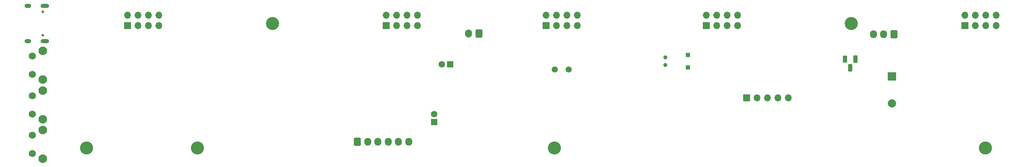
<source format=gbr>
%TF.GenerationSoftware,KiCad,Pcbnew,(6.0.4)*%
%TF.CreationDate,2022-07-12T22:37:10+02:00*%
%TF.ProjectId,Time-O-Mat_MoBo_H02,54696d65-2d4f-42d4-9d61-745f4d6f426f,rev?*%
%TF.SameCoordinates,Original*%
%TF.FileFunction,Soldermask,Bot*%
%TF.FilePolarity,Negative*%
%FSLAX46Y46*%
G04 Gerber Fmt 4.6, Leading zero omitted, Abs format (unit mm)*
G04 Created by KiCad (PCBNEW (6.0.4)) date 2022-07-12 22:37:10*
%MOMM*%
%LPD*%
G01*
G04 APERTURE LIST*
G04 Aperture macros list*
%AMRoundRect*
0 Rectangle with rounded corners*
0 $1 Rounding radius*
0 $2 $3 $4 $5 $6 $7 $8 $9 X,Y pos of 4 corners*
0 Add a 4 corners polygon primitive as box body*
4,1,4,$2,$3,$4,$5,$6,$7,$8,$9,$2,$3,0*
0 Add four circle primitives for the rounded corners*
1,1,$1+$1,$2,$3*
1,1,$1+$1,$4,$5*
1,1,$1+$1,$6,$7*
1,1,$1+$1,$8,$9*
0 Add four rect primitives between the rounded corners*
20,1,$1+$1,$2,$3,$4,$5,0*
20,1,$1+$1,$4,$5,$6,$7,0*
20,1,$1+$1,$6,$7,$8,$9,0*
20,1,$1+$1,$8,$9,$2,$3,0*%
G04 Aperture macros list end*
%ADD10C,2.100000*%
%ADD11C,1.750000*%
%ADD12C,0.650000*%
%ADD13O,2.100000X1.000000*%
%ADD14O,1.600000X1.000000*%
%ADD15RoundRect,0.250000X-0.600000X-0.725000X0.600000X-0.725000X0.600000X0.725000X-0.600000X0.725000X0*%
%ADD16O,1.700000X1.950000*%
%ADD17R,1.700000X1.700000*%
%ADD18O,1.700000X1.700000*%
%ADD19C,3.200000*%
%ADD20C,1.000000*%
%ADD21R,1.000000X1.000000*%
%ADD22R,1.600000X1.600000*%
%ADD23C,1.600000*%
%ADD24RoundRect,0.250000X0.600000X0.725000X-0.600000X0.725000X-0.600000X-0.725000X0.600000X-0.725000X0*%
%ADD25R,2.000000X2.000000*%
%ADD26C,2.000000*%
%ADD27C,1.500000*%
%ADD28RoundRect,0.250000X0.600000X0.750000X-0.600000X0.750000X-0.600000X-0.750000X0.600000X-0.750000X0*%
%ADD29O,1.700000X2.000000*%
%ADD30R,1.100000X1.800000*%
%ADD31RoundRect,0.275000X-0.275000X-0.625000X0.275000X-0.625000X0.275000X0.625000X-0.275000X0.625000X0*%
G04 APERTURE END LIST*
D10*
%TO.C,SW3*%
X5352500Y-38625000D03*
X5352500Y-31615000D03*
D11*
X2862500Y-37375000D03*
X2862500Y-32875000D03*
%TD*%
D12*
%TO.C,J7*%
X5340000Y-2610000D03*
X5340000Y-8390000D03*
D13*
X5870000Y-1180000D03*
D14*
X1690000Y-9820000D03*
D13*
X5870000Y-9820000D03*
D14*
X1690000Y-1180000D03*
%TD*%
D10*
%TO.C,SW1*%
X5352500Y-12215000D03*
X5352500Y-19225000D03*
D11*
X2862500Y-17975000D03*
X2862500Y-13475000D03*
%TD*%
D15*
%TO.C,J6*%
X82000000Y-34500000D03*
D16*
X84500000Y-34500000D03*
X87000000Y-34500000D03*
X89500000Y-34500000D03*
X92000000Y-34500000D03*
X94500000Y-34500000D03*
%TD*%
D17*
%TO.C,J4*%
X167000000Y-6000000D03*
D18*
X167000000Y-3460000D03*
X169540000Y-6000000D03*
X169540000Y-3460000D03*
X172080000Y-6000000D03*
X172080000Y-3460000D03*
X174620000Y-6000000D03*
X174620000Y-3460000D03*
%TD*%
D19*
%TO.C,H6*%
X235000000Y-36000000D03*
%TD*%
D20*
%TO.C,Y1*%
X157036000Y-15682000D03*
X157036000Y-13782000D03*
D21*
X162536000Y-16232000D03*
X162536000Y-13232000D03*
%TD*%
D17*
%TO.C,J3*%
X128000000Y-6000000D03*
D18*
X128000000Y-3460000D03*
X130540000Y-6000000D03*
X130540000Y-3460000D03*
X133080000Y-6000000D03*
X133080000Y-3460000D03*
X135620000Y-6000000D03*
X135620000Y-3460000D03*
%TD*%
D22*
%TO.C,C19*%
X100711000Y-29657113D03*
D23*
X100711000Y-27657113D03*
%TD*%
D22*
%TO.C,C11*%
X104587113Y-15494000D03*
D23*
X102587113Y-15494000D03*
%TD*%
D19*
%TO.C,H5*%
X130000000Y-36000000D03*
%TD*%
D24*
%TO.C,J8*%
X212700000Y-8140000D03*
D16*
X210200000Y-8140000D03*
X207700000Y-8140000D03*
%TD*%
D17*
%TO.C,J2*%
X89000000Y-6000000D03*
D18*
X89000000Y-3460000D03*
X91540000Y-6000000D03*
X91540000Y-3460000D03*
X94080000Y-6000000D03*
X94080000Y-3460000D03*
X96620000Y-6000000D03*
X96620000Y-3460000D03*
%TD*%
D19*
%TO.C,H1*%
X43000000Y-36000000D03*
%TD*%
%TO.C,H4*%
X16000000Y-36000000D03*
%TD*%
D25*
%TO.C,BZ1*%
X212204000Y-18486000D03*
D26*
X212204000Y-25086000D03*
%TD*%
D19*
%TO.C,H2*%
X202300000Y-5500000D03*
%TD*%
D17*
%TO.C,J1*%
X26000000Y-6000000D03*
D18*
X26000000Y-3460000D03*
X28540000Y-6000000D03*
X28540000Y-3460000D03*
X31080000Y-6000000D03*
X31080000Y-3460000D03*
X33620000Y-6000000D03*
X33620000Y-3460000D03*
%TD*%
D17*
%TO.C,J9*%
X176789000Y-23749000D03*
D18*
X179329000Y-23749000D03*
X181869000Y-23749000D03*
X184409000Y-23749000D03*
X186949000Y-23749000D03*
%TD*%
D17*
%TO.C,J5*%
X230000000Y-6000000D03*
D18*
X230000000Y-3460000D03*
X232540000Y-6000000D03*
X232540000Y-3460000D03*
X235080000Y-6000000D03*
X235080000Y-3460000D03*
X237620000Y-6000000D03*
X237620000Y-3460000D03*
%TD*%
D10*
%TO.C,SW2*%
X5352500Y-21915000D03*
X5352500Y-28925000D03*
D11*
X2862500Y-27675000D03*
X2862500Y-23175000D03*
%TD*%
D27*
%TO.C,R14*%
X133500000Y-16800000D03*
X130100000Y-16800000D03*
%TD*%
D28*
%TO.C,R12*%
X111600000Y-8001000D03*
D29*
X109100000Y-8001000D03*
%TD*%
D19*
%TO.C,H3*%
X61300000Y-5500000D03*
%TD*%
D30*
%TO.C,U2*%
X200787000Y-14254000D03*
D31*
X202057000Y-16324000D03*
X203327000Y-14254000D03*
%TD*%
M02*

</source>
